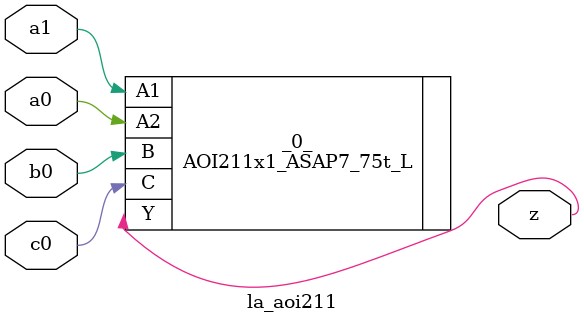
<source format=v>

/* Generated by Yosys 0.44 (git sha1 80ba43d26, g++ 11.4.0-1ubuntu1~22.04 -fPIC -O3) */

(* top =  1  *)
(* src = "generated" *)
(* keep_hierarchy *)
module la_aoi211 (
    a0,
    a1,
    b0,
    c0,
    z
);
  (* src = "generated" *)
  input a0;
  wire a0;
  (* src = "generated" *)
  input a1;
  wire a1;
  (* src = "generated" *)
  input b0;
  wire b0;
  (* src = "generated" *)
  input c0;
  wire c0;
  (* src = "generated" *)
  output z;
  wire z;
  AOI211x1_ASAP7_75t_L _0_ (
      .A1(a1),
      .A2(a0),
      .B (b0),
      .C (c0),
      .Y (z)
  );
endmodule

</source>
